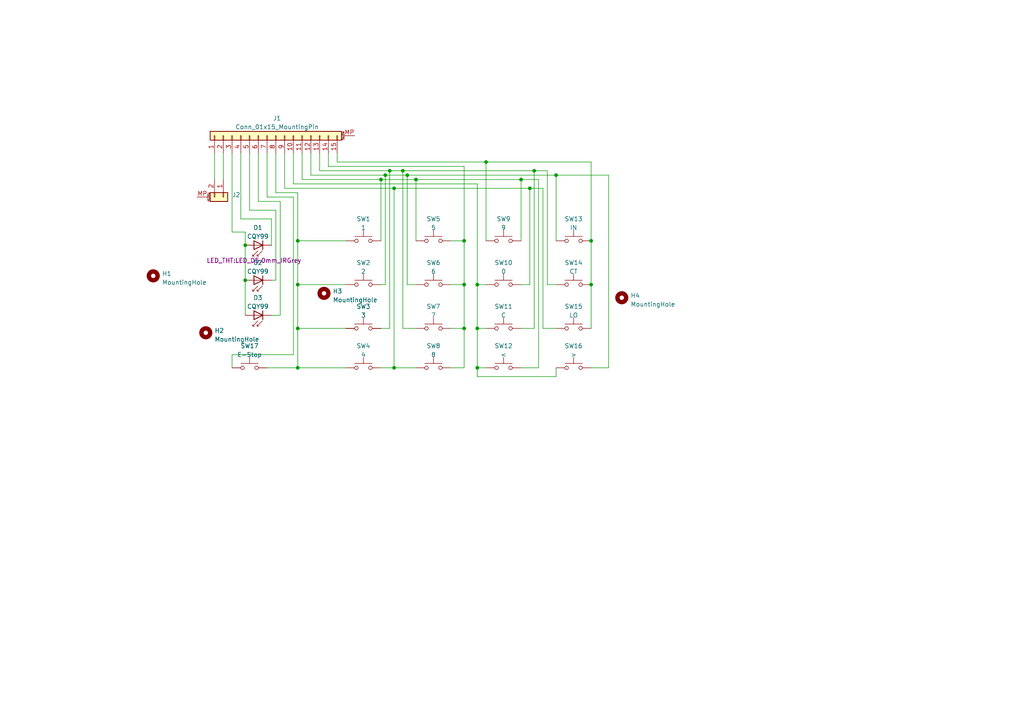
<source format=kicad_sch>
(kicad_sch (version 20230121) (generator eeschema)
  (paper "A4")
  (lib_symbols
    (symbol "Connector_Generic_MountingPin:Conn_01x02_MountingPin" (pin_names (offset 1.016) hide)
      (property "Reference" "J" (at 0 2.54 0))
      (property "Value" "Conn_01x02_MountingPin" (at 1.27 -5.08 0))
      (symbol "Conn_01x02_MountingPin_1_1"
        (rectangle (start -1.27 -2.413) (end 0 -2.667) (stroke (width 0.1524)))
        (rectangle (start -1.27 0.127) (end 0 -0.127) (stroke (width 0.1524)))
        (rectangle (start -1.27 1.27) (end 1.27 -3.81) (stroke (width 0.254)) (fill (type background)))
        (polyline (pts (xy -1.016 -4.572) (xy 1.016 -4.572)) (stroke (width 0.1524)))
        (text "Mounting" (at 0 -4.191 0) (effects (font (size 0.381 0.381))))
        (pin passive line (at -5.08 0 0) (length 3.81) (name "Pin_1") (number "1"))
        (pin passive line (at -5.08 -2.54 0) (length 3.81) (name "Pin_2") (number "2"))
        (pin passive line (at 0 -7.62 90) (length 3.048) (name "MountPin") (number "MP"))
      )
    )
    (symbol "Connector_Generic_MountingPin:Conn_01x15_MountingPin" (pin_names (offset 1.016) hide)
      (property "Reference" "J" (at 0 20.32 0))
      (property "Value" "Conn_01x15_MountingPin" (at 1.27 -20.32 0))
      (symbol "Conn_01x15_MountingPin_1_1"
        (rectangle (start -1.27 -17.653) (end 0 -17.907) (stroke (width 0.1524)))
        (rectangle (start -1.27 -15.113) (end 0 -15.367) (stroke (width 0.1524)))
        (rectangle (start -1.27 -12.573) (end 0 -12.827) (stroke (width 0.1524)))
        (rectangle (start -1.27 -10.033) (end 0 -10.287) (stroke (width 0.1524)))
        (rectangle (start -1.27 -7.493) (end 0 -7.747) (stroke (width 0.1524)))
        (rectangle (start -1.27 -4.953) (end 0 -5.207) (stroke (width 0.1524)))
        (rectangle (start -1.27 -2.413) (end 0 -2.667) (stroke (width 0.1524)))
        (rectangle (start -1.27 0.127) (end 0 -0.127) (stroke (width 0.1524)))
        (rectangle (start -1.27 2.667) (end 0 2.413) (stroke (width 0.1524)))
        (rectangle (start -1.27 5.207) (end 0 4.953) (stroke (width 0.1524)))
        (rectangle (start -1.27 7.747) (end 0 7.493) (stroke (width 0.1524)))
        (rectangle (start -1.27 10.287) (end 0 10.033) (stroke (width 0.1524)))
        (rectangle (start -1.27 12.827) (end 0 12.573) (stroke (width 0.1524)))
        (rectangle (start -1.27 15.367) (end 0 15.113) (stroke (width 0.1524)))
        (rectangle (start -1.27 17.907) (end 0 17.653) (stroke (width 0.1524)))
        (rectangle (start -1.27 19.05) (end 1.27 -19.05) (stroke (width 0.254)) (fill (type background)))
        (polyline (pts (xy -1.016 -19.812) (xy 1.016 -19.812)) (stroke (width 0.1524)))
        (text "Mounting" (at 0 -19.431 0) (effects (font (size 0.381 0.381))))
        (pin passive line (at -5.08 17.78 0) (length 3.81) (name "Pin_1") (number "1"))
        (pin passive line (at -5.08 -5.08 0) (length 3.81) (name "Pin_10") (number "10"))
        (pin passive line (at -5.08 -7.62 0) (length 3.81) (name "Pin_11") (number "11"))
        (pin passive line (at -5.08 -10.16 0) (length 3.81) (name "Pin_12") (number "12"))
        (pin passive line (at -5.08 -12.7 0) (length 3.81) (name "Pin_13") (number "13"))
        (pin passive line (at -5.08 -15.24 0) (length 3.81) (name "Pin_14") (number "14"))
        (pin passive line (at -5.08 -17.78 0) (length 3.81) (name "Pin_15") (number "15"))
        (pin passive line (at -5.08 15.24 0) (length 3.81) (name "Pin_2") (number "2"))
        (pin passive line (at -5.08 12.7 0) (length 3.81) (name "Pin_3") (number "3"))
        (pin passive line (at -5.08 10.16 0) (length 3.81) (name "Pin_4") (number "4"))
        (pin passive line (at -5.08 7.62 0) (length 3.81) (name "Pin_5") (number "5"))
        (pin passive line (at -5.08 5.08 0) (length 3.81) (name "Pin_6") (number "6"))
        (pin passive line (at -5.08 2.54 0) (length 3.81) (name "Pin_7") (number "7"))
        (pin passive line (at -5.08 0 0) (length 3.81) (name "Pin_8") (number "8"))
        (pin passive line (at -5.08 -2.54 0) (length 3.81) (name "Pin_9") (number "9"))
        (pin passive line (at 0 -22.86 90) (length 3.048) (name "MountPin") (number "MP"))
      )
    )
    (symbol "LED:CQY99" (pin_numbers hide) (pin_names (offset 1.016) hide)
      (property "Reference" "D" (at 0.508 1.778 0))
      (property "Value" "CQY99" (at -1.016 -2.794 0))
      (symbol "CQY99_0_1"
        (polyline (pts (xy -2.54 1.27) (xy -2.54 -1.27)) (stroke (width 0.254)))
        (polyline (pts (xy 0 0) (xy -2.54 0)))
        (polyline (pts (xy 0.381 3.175) (xy -0.127 3.175)))
        (polyline (pts (xy -1.143 1.651) (xy 0.381 3.175) (xy 0.381 2.667)))
        (polyline (pts (xy 0 -1.27) (xy -2.54 0) (xy 0 1.27) (xy 0 -1.27)) (stroke (width 0.254)))
        (polyline (pts (xy -2.413 1.651) (xy -0.889 3.175) (xy -0.889 2.667) (xy -0.889 3.175) (xy -1.397 3.175)))
      )
      (symbol "CQY99_1_1"
        (pin passive line (at -5.08 0 0) (length 2.54) (name "K") (number "1"))
        (pin passive line (at 2.54 0 180) (length 2.54) (name "A") (number "2"))
      )
    )
    (symbol "Mechanical:MountingHole" (pin_names (offset 1.016))
      (property "Reference" "H" (at 0 5.08 0))
      (property "Value" "MountingHole" (at 0 3.175 0))
      (symbol "MountingHole_0_1"
        (circle (center 0 0) (radius 1.27) (stroke (width 1.27)))
      )
    )
    (symbol "Switch:SW_Push" (pin_numbers hide) (pin_names (offset 1.016) hide)
      (property "Reference" "SW" (at 1.27 2.54 0))
      (property "Value" "SW_Push" (at 0 -1.524 0))
      (symbol "SW_Push_0_1"
        (circle (center -2.032 0) (radius 0.508))
        (polyline (pts (xy 0 1.27) (xy 0 3.048)))
        (polyline (pts (xy 2.54 1.27) (xy -2.54 1.27)))
        (circle (center 2.032 0) (radius 0.508))
        (pin passive line (at -5.08 0 0) (length 2.54) (name "1") (number "1"))
        (pin passive line (at 5.08 0 180) (length 2.54) (name "2") (number "2"))
      )
    )
  )
  (junction (at 138.43 82.55))
  (junction (at 161.29 50.8))
  (junction (at 114.3 106.68))
  (junction (at 134.62 95.25))
  (junction (at 171.45 82.55))
  (junction (at 113.03 49.53))
  (junction (at 114.3 54.61))
  (junction (at 134.62 69.85))
  (junction (at 171.45 69.85))
  (junction (at 86.36 69.85))
  (junction (at 151.13 52.07))
  (junction (at 120.65 52.07))
  (junction (at 154.94 49.53))
  (junction (at 116.84 49.53))
  (junction (at 86.36 106.68))
  (junction (at 153.67 54.61))
  (junction (at 86.36 82.55))
  (junction (at 134.62 82.55))
  (junction (at 71.12 71.12))
  (junction (at 111.76 50.8))
  (junction (at 110.49 52.07))
  (junction (at 138.43 106.68))
  (junction (at 138.43 95.25))
  (junction (at 140.97 46.99))
  (junction (at 86.36 95.25))
  (junction (at 118.11 50.8))
  (junction (at 71.12 81.28))
  (wire (pts (xy 64.77 44.45) (xy 64.77 52.07)))
  (wire (pts (xy 87.63 44.45) (xy 87.63 52.07)))
  (wire (pts (xy 140.97 46.99) (xy 171.45 46.99)))
  (wire (pts (xy 95.25 48.26) (xy 134.62 48.26)))
  (wire (pts (xy 171.45 82.55) (xy 171.45 95.25)))
  (wire (pts (xy 67.31 102.87) (xy 85.09 102.87)))
  (wire (pts (xy 80.01 55.88) (xy 86.36 55.88)))
  (wire (pts (xy 86.36 55.88) (xy 86.36 69.85)))
  (wire (pts (xy 116.84 49.53) (xy 154.94 49.53)))
  (wire (pts (xy 110.49 52.07) (xy 120.65 52.07)))
  (wire (pts (xy 171.45 69.85) (xy 171.45 46.99)))
  (wire (pts (xy 153.67 54.61) (xy 153.67 82.55)))
  (wire (pts (xy 86.36 95.25) (xy 86.36 106.68)))
  (wire (pts (xy 85.09 53.34) (xy 138.43 53.34)))
  (wire (pts (xy 116.84 95.25) (xy 116.84 49.53)))
  (wire (pts (xy 120.65 52.07) (xy 120.65 69.85)))
  (wire (pts (xy 81.28 58.42) (xy 81.28 91.44)))
  (wire (pts (xy 69.85 63.5) (xy 78.74 63.5)))
  (wire (pts (xy 87.63 52.07) (xy 110.49 52.07)))
  (wire (pts (xy 80.01 60.96) (xy 80.01 81.28)))
  (wire (pts (xy 97.79 46.99) (xy 140.97 46.99)))
  (wire (pts (xy 138.43 82.55) (xy 140.97 82.55)))
  (wire (pts (xy 153.67 54.61) (xy 157.48 54.61)))
  (wire (pts (xy 118.11 82.55) (xy 118.11 50.8)))
  (wire (pts (xy 171.45 82.55) (xy 171.45 69.85)))
  (wire (pts (xy 92.71 44.45) (xy 92.71 49.53)))
  (wire (pts (xy 151.13 95.25) (xy 154.94 95.25)))
  (wire (pts (xy 161.29 95.25) (xy 157.48 95.25)))
  (wire (pts (xy 71.12 71.12) (xy 71.12 81.28)))
  (wire (pts (xy 111.76 50.8) (xy 118.11 50.8)))
  (wire (pts (xy 157.48 54.61) (xy 157.48 95.25)))
  (wire (pts (xy 114.3 54.61) (xy 114.3 106.68)))
  (wire (pts (xy 130.81 82.55) (xy 134.62 82.55)))
  (wire (pts (xy 114.3 106.68) (xy 120.65 106.68)))
  (wire (pts (xy 95.25 44.45) (xy 95.25 48.26)))
  (wire (pts (xy 161.29 69.85) (xy 161.29 50.8)))
  (wire (pts (xy 161.29 82.55) (xy 158.75 82.55)))
  (wire (pts (xy 114.3 54.61) (xy 153.67 54.61)))
  (wire (pts (xy 62.23 44.45) (xy 62.23 52.07)))
  (wire (pts (xy 113.03 95.25) (xy 110.49 95.25)))
  (wire (pts (xy 77.47 57.15) (xy 85.09 57.15)))
  (wire (pts (xy 111.76 50.8) (xy 111.76 82.55)))
  (wire (pts (xy 151.13 52.07) (xy 151.13 69.85)))
  (wire (pts (xy 72.39 60.96) (xy 80.01 60.96)))
  (wire (pts (xy 86.36 106.68) (xy 100.33 106.68)))
  (wire (pts (xy 86.36 95.25) (xy 100.33 95.25)))
  (wire (pts (xy 110.49 52.07) (xy 110.49 69.85)))
  (wire (pts (xy 67.31 44.45) (xy 67.31 67.31)))
  (wire (pts (xy 134.62 69.85) (xy 134.62 82.55)))
  (wire (pts (xy 71.12 67.31) (xy 71.12 71.12)))
  (wire (pts (xy 78.74 81.28) (xy 80.01 81.28)))
  (wire (pts (xy 86.36 69.85) (xy 100.33 69.85)))
  (wire (pts (xy 85.09 44.45) (xy 85.09 53.34)))
  (wire (pts (xy 86.36 82.55) (xy 86.36 95.25)))
  (wire (pts (xy 120.65 95.25) (xy 116.84 95.25)))
  (wire (pts (xy 176.53 50.8) (xy 176.53 106.68)))
  (wire (pts (xy 138.43 95.25) (xy 138.43 106.68)))
  (wire (pts (xy 154.94 49.53) (xy 158.75 49.53)))
  (wire (pts (xy 86.36 69.85) (xy 86.36 82.55)))
  (wire (pts (xy 71.12 81.28) (xy 71.12 91.44)))
  (wire (pts (xy 161.29 109.22) (xy 138.43 109.22)))
  (wire (pts (xy 154.94 95.25) (xy 154.94 49.53)))
  (wire (pts (xy 134.62 82.55) (xy 134.62 95.25)))
  (wire (pts (xy 130.81 106.68) (xy 134.62 106.68)))
  (wire (pts (xy 78.74 91.44) (xy 81.28 91.44)))
  (wire (pts (xy 90.17 44.45) (xy 90.17 50.8)))
  (wire (pts (xy 82.55 44.45) (xy 82.55 54.61)))
  (wire (pts (xy 92.71 49.53) (xy 113.03 49.53)))
  (wire (pts (xy 158.75 82.55) (xy 158.75 49.53)))
  (wire (pts (xy 85.09 57.15) (xy 85.09 102.87)))
  (wire (pts (xy 78.74 63.5) (xy 78.74 71.12)))
  (wire (pts (xy 113.03 49.53) (xy 116.84 49.53)))
  (wire (pts (xy 140.97 46.99) (xy 140.97 69.85)))
  (wire (pts (xy 80.01 44.45) (xy 80.01 55.88)))
  (wire (pts (xy 120.65 82.55) (xy 118.11 82.55)))
  (wire (pts (xy 151.13 52.07) (xy 156.21 52.07)))
  (wire (pts (xy 110.49 106.68) (xy 114.3 106.68)))
  (wire (pts (xy 151.13 106.68) (xy 156.21 106.68)))
  (wire (pts (xy 134.62 106.68) (xy 134.62 95.25)))
  (wire (pts (xy 111.76 82.55) (xy 110.49 82.55)))
  (wire (pts (xy 82.55 54.61) (xy 114.3 54.61)))
  (wire (pts (xy 130.81 95.25) (xy 134.62 95.25)))
  (wire (pts (xy 86.36 82.55) (xy 100.33 82.55)))
  (wire (pts (xy 161.29 106.68) (xy 161.29 109.22)))
  (wire (pts (xy 120.65 52.07) (xy 151.13 52.07)))
  (wire (pts (xy 138.43 53.34) (xy 138.43 82.55)))
  (wire (pts (xy 69.85 44.45) (xy 69.85 63.5)))
  (wire (pts (xy 118.11 50.8) (xy 161.29 50.8)))
  (wire (pts (xy 97.79 44.45) (xy 97.79 46.99)))
  (wire (pts (xy 138.43 95.25) (xy 140.97 95.25)))
  (wire (pts (xy 72.39 44.45) (xy 72.39 60.96)))
  (wire (pts (xy 77.47 44.45) (xy 77.47 57.15)))
  (wire (pts (xy 130.81 69.85) (xy 134.62 69.85)))
  (wire (pts (xy 77.47 106.68) (xy 86.36 106.68)))
  (wire (pts (xy 138.43 109.22) (xy 138.43 106.68)))
  (wire (pts (xy 134.62 48.26) (xy 134.62 69.85)))
  (wire (pts (xy 153.67 82.55) (xy 151.13 82.55)))
  (wire (pts (xy 113.03 49.53) (xy 113.03 95.25)))
  (wire (pts (xy 138.43 106.68) (xy 140.97 106.68)))
  (wire (pts (xy 67.31 67.31) (xy 71.12 67.31)))
  (wire (pts (xy 171.45 106.68) (xy 176.53 106.68)))
  (wire (pts (xy 74.93 44.45) (xy 74.93 58.42)))
  (wire (pts (xy 67.31 106.68) (xy 67.31 102.87)))
  (wire (pts (xy 90.17 50.8) (xy 111.76 50.8)))
  (wire (pts (xy 138.43 82.55) (xy 138.43 95.25)))
  (wire (pts (xy 161.29 50.8) (xy 176.53 50.8)))
  (wire (pts (xy 74.93 58.42) (xy 81.28 58.42)))
  (wire (pts (xy 156.21 106.68) (xy 156.21 52.07)))
  (symbol (lib_id "Switch:SW_Push") (at 105.41 82.55 0) (unit 1)
    (property "Reference" "SW2" (at 105.41 76.2 0))
    (property "Value" "2" (at 105.41 78.74 0))
    (property "Footprint" "Button_Switch_THT:SW_PUSH_6mm_H5mm_single" (effects hide))
  )
  (symbol (lib_id "Switch:SW_Push") (at 166.37 82.55 0) (unit 1)
    (property "Reference" "SW14" (at 166.37 76.2 0))
    (property "Value" "CT" (at 166.37 78.74 0))
    (property "Footprint" "Button_Switch_THT:SW_PUSH_6mm_H5mm_single" (effects hide))
  )
  (symbol (lib_id "Mechanical:MountingHole") (at 180.34 86.36 0) (unit 1)
    (property "Reference" "H4" (at 182.88 85.725 0) (effects (justify left)))
    (property "Value" "MountingHole" (at 182.88 88.265 0) (effects (justify left)))
    (property "Footprint" "MountingHole:MountingHole_3.2mm_M3" (effects hide))
  )
  (symbol (lib_id "Switch:SW_Push") (at 105.41 69.85 0) (unit 1)
    (property "Reference" "SW1" (at 105.41 63.5 0))
    (property "Value" "1" (at 105.41 66.04 0))
    (property "Footprint" "Button_Switch_THT:SW_PUSH_6mm_H5mm_single" (effects hide))
  )
  (symbol (lib_id "Mechanical:MountingHole") (at 59.69 96.52 0) (unit 1)
    (property "Reference" "H2" (at 62.23 95.885 0) (effects (justify left)))
    (property "Value" "MountingHole" (at 62.23 98.425 0) (effects (justify left)))
    (property "Footprint" "MountingHole:MountingHole_3.2mm_M3" (effects hide))
  )
  (symbol (lib_id "Switch:SW_Push") (at 125.73 82.55 0) (unit 1)
    (property "Reference" "SW6" (at 125.73 76.2 0))
    (property "Value" "6" (at 125.73 78.74 0))
    (property "Footprint" "Button_Switch_THT:SW_PUSH_6mm_H5mm_single" (effects hide))
  )
  (symbol (lib_id "Switch:SW_Push") (at 105.41 106.68 0) (unit 1)
    (property "Reference" "SW4" (at 105.41 100.33 0))
    (property "Value" "4" (at 105.41 102.87 0))
    (property "Footprint" "Button_Switch_THT:SW_PUSH_6mm_H5mm_single" (effects hide))
  )
  (symbol (lib_id "LED:CQY99") (at 73.66 71.12 180) (unit 1)
    (property "Reference" "D1" (at 74.803 66.04 0))
    (property "Value" "CQY99" (at 74.803 68.58 0))
    (property "Footprint" "LED_THT:LED_D5.0mm_IRGrey" (at 73.66 75.565 0))
    (property "Datasheet" "https://www.prtice.info/IMG/pdf/CQY99.pdf" (effects hide))
  )
  (symbol (lib_id "Mechanical:MountingHole") (at 93.98 85.09 0) (unit 1)
    (property "Reference" "H3" (at 96.52 84.455 0) (effects (justify left)))
    (property "Value" "MountingHole" (at 96.52 86.995 0) (effects (justify left)))
    (property "Footprint" "MountingHole:MountingHole_3.2mm_M3" (effects hide))
  )
  (symbol (lib_id "Switch:SW_Push") (at 166.37 69.85 0) (unit 1)
    (property "Reference" "SW13" (at 166.37 63.5 0))
    (property "Value" "IN" (at 166.37 66.04 0))
    (property "Footprint" "Button_Switch_THT:SW_PUSH_6mm_H5mm_single" (effects hide))
  )
  (symbol (lib_id "Switch:SW_Push") (at 166.37 106.68 0) (unit 1)
    (property "Reference" "SW16" (at 166.37 100.33 0))
    (property "Value" ">" (at 166.37 102.87 0))
    (property "Footprint" "Button_Switch_THT:SW_PUSH_6mm_H5mm_single" (effects hide))
  )
  (symbol (lib_id "Switch:SW_Push") (at 72.39 106.68 0) (unit 1)
    (property "Reference" "SW17" (at 72.39 100.33 0))
    (property "Value" "E-Stop" (at 72.39 102.87 0))
    (property "Footprint" "Button_Switch_THT:SW_PUSH_6mm_H5mm_single" (effects hide))
  )
  (symbol (lib_id "Connector_Generic_MountingPin:Conn_01x15_MountingPin") (at 80.01 39.37 90) (unit 1)
    (property "Reference" "J1" (at 80.3656 34.29 90))
    (property "Value" "Conn_01x15_MountingPin" (at 80.3656 36.83 90))
    (property "Footprint" "Connector_PinHeader_2.54mm:PinHeader_1x15_P2.54mm_Vertical" (effects hide))
  )
  (symbol (lib_id "Switch:SW_Push") (at 125.73 95.25 0) (unit 1)
    (property "Reference" "SW7" (at 125.73 88.9 0))
    (property "Value" "7" (at 125.73 91.44 0))
    (property "Footprint" "Button_Switch_THT:SW_PUSH_6mm_H5mm_single" (effects hide))
  )
  (symbol (lib_id "Switch:SW_Push") (at 105.41 95.25 0) (unit 1)
    (property "Reference" "SW3" (at 105.41 88.9 0))
    (property "Value" "3" (at 105.41 91.44 0))
    (property "Footprint" "Button_Switch_THT:SW_PUSH_6mm_H5mm_single" (effects hide))
  )
  (symbol (lib_id "LED:CQY99") (at 73.66 91.44 180) (unit 1)
    (property "Reference" "D3" (at 74.803 86.36 0))
    (property "Value" "CQY99" (at 74.803 88.9 0))
    (property "Footprint" "LED_THT:LED_D5.0mm_IRGrey" (effects hide))
    (property "Datasheet" "https://www.prtice.info/IMG/pdf/CQY99.pdf" (effects hide))
  )
  (symbol (lib_id "Switch:SW_Push") (at 166.37 95.25 0) (unit 1)
    (property "Reference" "SW15" (at 166.37 88.9 0))
    (property "Value" "LO" (at 166.37 91.44 0))
    (property "Footprint" "Button_Switch_THT:SW_PUSH_6mm_H5mm_single" (effects hide))
  )
  (symbol (lib_id "Switch:SW_Push") (at 146.05 82.55 0) (unit 1)
    (property "Reference" "SW10" (at 146.05 76.2 0))
    (property "Value" "0" (at 146.05 78.74 0))
    (property "Footprint" "Button_Switch_THT:SW_PUSH_6mm_H5mm_single" (effects hide))
  )
  (symbol (lib_id "Switch:SW_Push") (at 125.73 69.85 0) (unit 1)
    (property "Reference" "SW5" (at 125.73 63.5 0))
    (property "Value" "5" (at 125.73 66.04 0))
    (property "Footprint" "Button_Switch_THT:SW_PUSH_6mm_H5mm_single" (effects hide))
  )
  (symbol (lib_id "Switch:SW_Push") (at 146.05 106.68 0) (unit 1)
    (property "Reference" "SW12" (at 146.05 100.33 0))
    (property "Value" "<" (at 146.05 102.87 0))
    (property "Footprint" "Button_Switch_THT:SW_PUSH_6mm_H5mm_single" (effects hide))
  )
  (symbol (lib_id "Connector_Generic_MountingPin:Conn_01x02_MountingPin") (at 64.77 57.15 270) (unit 1)
    (property "Reference" "J2" (at 67.31 56.515 90) (effects (justify left)))
    (property "Value" "Conn_01x02_MountingPin" (effects hide))
    (property "Footprint" "Connector_PinHeader_2.54mm:PinHeader_1x02_P2.54mm_Vertical" (effects hide))
  )
  (symbol (lib_id "Switch:SW_Push") (at 125.73 106.68 0) (unit 1)
    (property "Reference" "SW8" (at 125.73 100.33 0))
    (property "Value" "8" (at 125.73 102.87 0))
    (property "Footprint" "Button_Switch_THT:SW_PUSH_6mm_H5mm_single" (effects hide))
  )
  (symbol (lib_id "Mechanical:MountingHole") (at 44.45 80.01 0) (unit 1)
    (property "Reference" "H1" (at 46.99 79.375 0) (effects (justify left)))
    (property "Value" "MountingHole" (at 46.99 81.915 0) (effects (justify left)))
    (property "Footprint" "MountingHole:MountingHole_3.2mm_M3" (effects hide))
  )
  (symbol (lib_id "Switch:SW_Push") (at 146.05 95.25 0) (unit 1)
    (property "Reference" "SW11" (at 146.05 88.9 0))
    (property "Value" "C" (at 146.05 91.44 0))
    (property "Footprint" "Button_Switch_THT:SW_PUSH_6mm_H5mm_single" (effects hide))
  )
  (symbol (lib_id "LED:CQY99") (at 73.66 81.28 180) (unit 1)
    (property "Reference" "D2" (at 74.803 76.2 0))
    (property "Value" "CQY99" (at 74.803 78.74 0))
    (property "Footprint" "LED_THT:LED_D5.0mm_IRGrey" (effects hide))
    (property "Datasheet" "https://www.prtice.info/IMG/pdf/CQY99.pdf" (effects hide))
  )
  (symbol (lib_id "Switch:SW_Push") (at 146.05 69.85 0) (unit 1)
    (property "Reference" "SW9" (at 146.05 63.5 0))
    (property "Value" "9" (at 146.05 66.04 0))
    (property "Footprint" "Button_Switch_THT:SW_PUSH_6mm_H5mm_single" (effects hide))
  )
)
</source>
